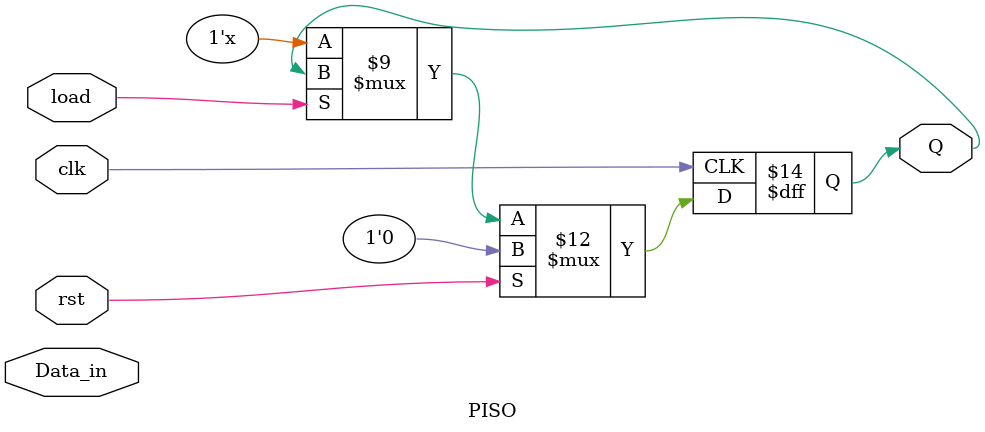
<source format=v>
module PISO #(parameter N=4)(input [N-1:0]Data_in,input load, clk,rst,output reg Q );
  reg [N-1:0]Q_temp;
  always @(posedge clk)begin
    if(rst)begin
      Q_temp<={N{1'B0}};
      Q<=0;
    end                // here LSB is  Q[0] and MSB is Q[3]
    else if (load)
     Q_temp<=Data_in;
    else begin
      Q_temp<={1'B0,Q_temp[N-1:1]};
      Q<=Q_temp[N-0];
    end
  end
endmodule

</source>
